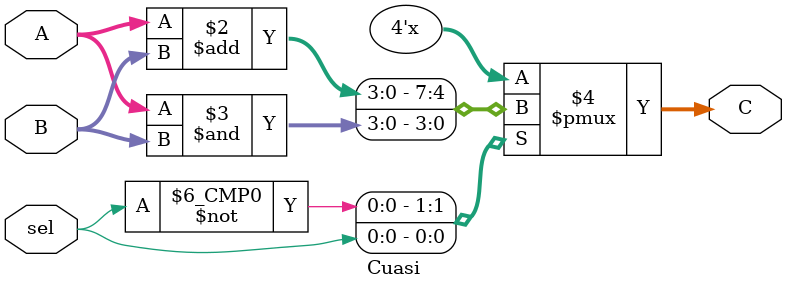
<source format=v>
`timescale 1ns/1ns
module Cuasi(
	input[3:0]A,
	input[3:0]B,
	input sel,
	output reg [3:0]C //por que se le asigna un valor dentro del always

);
//2.Def de componentes internos
//NA
//assigns,instancias,bloques secuenciales (initial,always))

always @*
begin
	case (sel)
		1'b0:
			begin
				C=A+B;
			end
		1'b1:
			begin
				C=A&B;
			end
	endcase
		
end

endmodule

</source>
